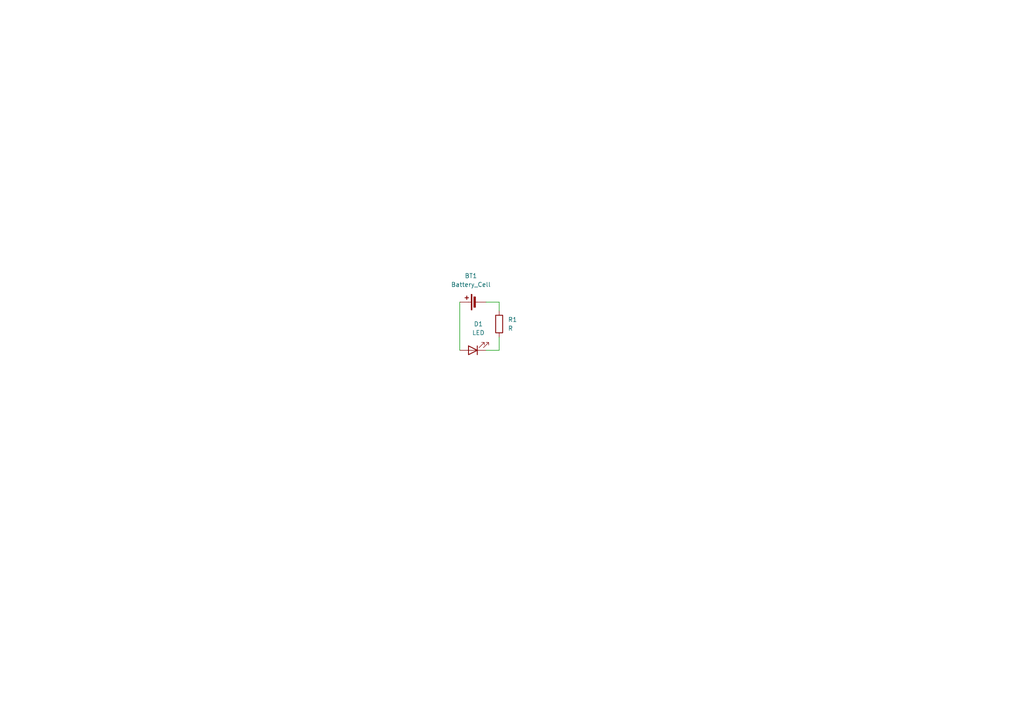
<source format=kicad_sch>
(kicad_sch (version 20231120) (generator "eeschema") (generator_version "8.0")
  (paper "A4")
  (title_block (title "KiCad Workshop") (date "2024-10-28") (rev "1.0") (company "Formula Slug"))
  (lib_symbols
    (symbol "Device:Battery_Cell" (pin_numbers hide) (pin_names (offset 0) hide)
      (property "Reference" "BT" (at 2.54 2.54 0))
      (property "Value" "Battery_Cell" (at 2.54 0 0))
      (symbol "Battery_Cell_0_1"
        (rectangle (start -2.286 1.778) (end 2.286 1.524) (fill (type outline)))
        (rectangle (start -1.524 1.016) (end 1.524 0.508) (fill (type outline)))
        (polyline (pts (xy 0 0.762) (xy 0 0)))
        (polyline (pts (xy 0 1.778) (xy 0 2.54)))
        (polyline (pts (xy 0.762 3.048) (xy 1.778 3.048)) (stroke (width 0.254)))
        (polyline (pts (xy 1.27 3.556) (xy 1.27 2.54)) (stroke (width 0.254)))
      )
      (symbol "Battery_Cell_1_1"
        (pin passive line (at 0 5.08 270) (length 2.54) (name "+") (number "1"))
        (pin passive line (at 0 -2.54 90) (length 2.54) (name "-") (number "2"))
      )
    )
    (symbol "Device:LED" (pin_numbers hide) (pin_names (offset 1.016) hide)
      (property "Reference" "D" (at 0 2.54 0))
      (property "Value" "LED" (at 0 -2.54 0))
      (symbol "LED_0_1"
        (polyline (pts (xy -1.27 -1.27) (xy -1.27 1.27)) (stroke (width 0.254)))
        (polyline (pts (xy -1.27 0) (xy 1.27 0)))
        (polyline (pts (xy 1.27 -1.27) (xy 1.27 1.27) (xy -1.27 0) (xy 1.27 -1.27)) (stroke (width 0.254)))
        (polyline (pts (xy -3.048 -0.762) (xy -4.572 -2.286) (xy -3.81 -2.286) (xy -4.572 -2.286) (xy -4.572 -1.524)))
        (polyline (pts (xy -1.778 -0.762) (xy -3.302 -2.286) (xy -2.54 -2.286) (xy -3.302 -2.286) (xy -3.302 -1.524)))
      )
      (symbol "LED_1_1"
        (pin passive line (at -3.81 0 0) (length 2.54) (name "K") (number "1"))
        (pin passive line (at 3.81 0 180) (length 2.54) (name "A") (number "2"))
      )
    )
    (symbol "Device:R" (pin_numbers hide) (pin_names (offset 0))
      (property "Reference" "R" (at 2.032 0 90))
      (property "Value" "R" (at 0 0 90))
      (symbol "R_0_1"
        (rectangle (start -1.016 -2.54) (end 1.016 2.54) (stroke (width 0.254)))
      )
      (symbol "R_1_1"
        (pin passive line (at 0 3.81 270) (length 1.27) (name "~") (number "1"))
        (pin passive line (at 0 -3.81 90) (length 1.27) (name "~") (number "2"))
      )
    )
  )
  (wire (pts (xy 140.97 101.6) (xy 144.78 101.6)))
  (wire (pts (xy 133.35 87.63) (xy 133.35 101.6)))
  (wire (pts (xy 144.78 101.6) (xy 144.78 97.79)))
  (wire (pts (xy 140.97 87.63) (xy 144.78 87.63)))
  (wire (pts (xy 144.78 87.63) (xy 144.78 90.17)))
  (symbol (lib_id "Device:LED") (at 137.16 101.6 180) (unit 1)
    (property "Reference" "D1" (at 138.7475 93.98 0))
    (property "Value" "LED" (at 138.7475 96.52 0))
    (property "Footprint" "LED_SMD:LED_0805_2012Metric_Pad1.15x1.40mm_HandSolder" (effects (hide yes)))
    (property "Description" "Light emitting diode" (effects (hide yes)))
  )
  (symbol (lib_id "Device:R") (at 144.78 93.98 0) (unit 1)
    (property "Reference" "R1" (at 147.32 92.7099 0) (effects (justify left)))
    (property "Value" "R" (at 147.32 95.2499 0) (effects (justify left)))
    (property "Footprint" "Resistor_SMD:R_0805_2012Metric_Pad1.20x1.40mm_HandSolder" (effects (hide yes)))
    (property "Description" "Resistor" (effects (hide yes)))
  )
  (symbol (lib_id "Device:Battery_Cell") (at 138.43 87.63 90) (unit 1)
    (property "Reference" "BT1" (at 136.5885 80.01 90))
    (property "Value" "Battery_Cell" (at 136.5885 82.55 90))
    (property "Footprint" "FS_3_Global_Footprint_Library:MS621FE-FL11E_SEC" (effects (hide yes)))
    (property "Description" "Single-cell battery" (effects (hide yes)))
  )
)
</source>
